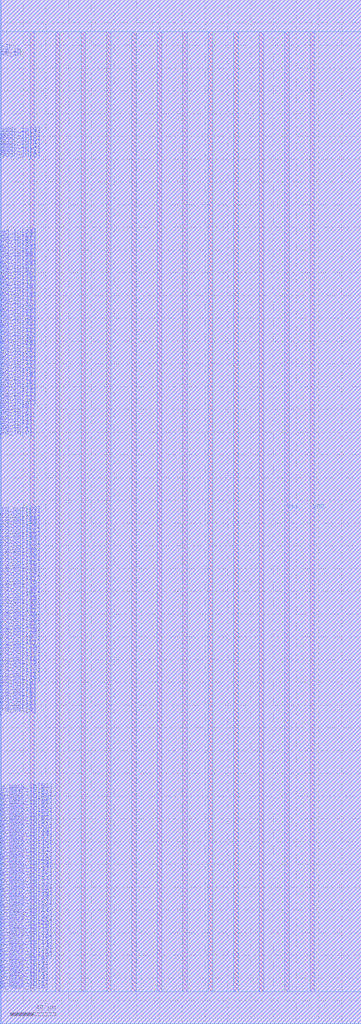
<source format=lef>
VERSION 5.7 ;
BUSBITCHARS "[]" ;
MACRO fakeram130_512x64
  FOREIGN fakeram130_512x64 0 0 ;
  SYMMETRY X Y R90 ;
  SIZE 317.300 BY 900.000 ;
  CLASS BLOCK ;
  PIN w_mask_in[0]
    DIRECTION INPUT ;
    USE SIGNAL ;
    SHAPE ABUTMENT ;
    PORT
      LAYER met3 ;
      RECT 0.000 27.550 0.900 28.450 ;
    END
  END w_mask_in[0]
  PIN w_mask_in[1]
    DIRECTION INPUT ;
    USE SIGNAL ;
    SHAPE ABUTMENT ;
    PORT
      LAYER met3 ;
      RECT 0.000 30.350 0.900 31.250 ;
    END
  END w_mask_in[1]
  PIN w_mask_in[2]
    DIRECTION INPUT ;
    USE SIGNAL ;
    SHAPE ABUTMENT ;
    PORT
      LAYER met3 ;
      RECT 0.000 33.150 0.900 34.050 ;
    END
  END w_mask_in[2]
  PIN w_mask_in[3]
    DIRECTION INPUT ;
    USE SIGNAL ;
    SHAPE ABUTMENT ;
    PORT
      LAYER met3 ;
      RECT 0.000 35.950 0.900 36.850 ;
    END
  END w_mask_in[3]
  PIN w_mask_in[4]
    DIRECTION INPUT ;
    USE SIGNAL ;
    SHAPE ABUTMENT ;
    PORT
      LAYER met3 ;
      RECT 0.000 38.750 0.900 39.650 ;
    END
  END w_mask_in[4]
  PIN w_mask_in[5]
    DIRECTION INPUT ;
    USE SIGNAL ;
    SHAPE ABUTMENT ;
    PORT
      LAYER met3 ;
      RECT 0.000 41.550 0.900 42.450 ;
    END
  END w_mask_in[5]
  PIN w_mask_in[6]
    DIRECTION INPUT ;
    USE SIGNAL ;
    SHAPE ABUTMENT ;
    PORT
      LAYER met3 ;
      RECT 0.000 44.350 0.900 45.250 ;
    END
  END w_mask_in[6]
  PIN w_mask_in[7]
    DIRECTION INPUT ;
    USE SIGNAL ;
    SHAPE ABUTMENT ;
    PORT
      LAYER met3 ;
      RECT 0.000 47.150 0.900 48.050 ;
    END
  END w_mask_in[7]
  PIN w_mask_in[8]
    DIRECTION INPUT ;
    USE SIGNAL ;
    SHAPE ABUTMENT ;
    PORT
      LAYER met3 ;
      RECT 0.000 49.950 0.900 50.850 ;
    END
  END w_mask_in[8]
  PIN w_mask_in[9]
    DIRECTION INPUT ;
    USE SIGNAL ;
    SHAPE ABUTMENT ;
    PORT
      LAYER met3 ;
      RECT 0.000 52.750 0.900 53.650 ;
    END
  END w_mask_in[9]
  PIN w_mask_in[10]
    DIRECTION INPUT ;
    USE SIGNAL ;
    SHAPE ABUTMENT ;
    PORT
      LAYER met3 ;
      RECT 0.000 55.550 0.900 56.450 ;
    END
  END w_mask_in[10]
  PIN w_mask_in[11]
    DIRECTION INPUT ;
    USE SIGNAL ;
    SHAPE ABUTMENT ;
    PORT
      LAYER met3 ;
      RECT 0.000 58.350 0.900 59.250 ;
    END
  END w_mask_in[11]
  PIN w_mask_in[12]
    DIRECTION INPUT ;
    USE SIGNAL ;
    SHAPE ABUTMENT ;
    PORT
      LAYER met3 ;
      RECT 0.000 61.150 0.900 62.050 ;
    END
  END w_mask_in[12]
  PIN w_mask_in[13]
    DIRECTION INPUT ;
    USE SIGNAL ;
    SHAPE ABUTMENT ;
    PORT
      LAYER met3 ;
      RECT 0.000 63.950 0.900 64.850 ;
    END
  END w_mask_in[13]
  PIN w_mask_in[14]
    DIRECTION INPUT ;
    USE SIGNAL ;
    SHAPE ABUTMENT ;
    PORT
      LAYER met3 ;
      RECT 0.000 66.750 0.900 67.650 ;
    END
  END w_mask_in[14]
  PIN w_mask_in[15]
    DIRECTION INPUT ;
    USE SIGNAL ;
    SHAPE ABUTMENT ;
    PORT
      LAYER met3 ;
      RECT 0.000 69.550 0.900 70.450 ;
    END
  END w_mask_in[15]
  PIN w_mask_in[16]
    DIRECTION INPUT ;
    USE SIGNAL ;
    SHAPE ABUTMENT ;
    PORT
      LAYER met3 ;
      RECT 0.000 72.350 0.900 73.250 ;
    END
  END w_mask_in[16]
  PIN w_mask_in[17]
    DIRECTION INPUT ;
    USE SIGNAL ;
    SHAPE ABUTMENT ;
    PORT
      LAYER met3 ;
      RECT 0.000 75.150 0.900 76.050 ;
    END
  END w_mask_in[17]
  PIN w_mask_in[18]
    DIRECTION INPUT ;
    USE SIGNAL ;
    SHAPE ABUTMENT ;
    PORT
      LAYER met3 ;
      RECT 0.000 77.950 0.900 78.850 ;
    END
  END w_mask_in[18]
  PIN w_mask_in[19]
    DIRECTION INPUT ;
    USE SIGNAL ;
    SHAPE ABUTMENT ;
    PORT
      LAYER met3 ;
      RECT 0.000 80.750 0.900 81.650 ;
    END
  END w_mask_in[19]
  PIN w_mask_in[20]
    DIRECTION INPUT ;
    USE SIGNAL ;
    SHAPE ABUTMENT ;
    PORT
      LAYER met3 ;
      RECT 0.000 83.550 0.900 84.450 ;
    END
  END w_mask_in[20]
  PIN w_mask_in[21]
    DIRECTION INPUT ;
    USE SIGNAL ;
    SHAPE ABUTMENT ;
    PORT
      LAYER met3 ;
      RECT 0.000 86.350 0.900 87.250 ;
    END
  END w_mask_in[21]
  PIN w_mask_in[22]
    DIRECTION INPUT ;
    USE SIGNAL ;
    SHAPE ABUTMENT ;
    PORT
      LAYER met3 ;
      RECT 0.000 89.150 0.900 90.050 ;
    END
  END w_mask_in[22]
  PIN w_mask_in[23]
    DIRECTION INPUT ;
    USE SIGNAL ;
    SHAPE ABUTMENT ;
    PORT
      LAYER met3 ;
      RECT 0.000 91.950 0.900 92.850 ;
    END
  END w_mask_in[23]
  PIN w_mask_in[24]
    DIRECTION INPUT ;
    USE SIGNAL ;
    SHAPE ABUTMENT ;
    PORT
      LAYER met3 ;
      RECT 0.000 94.750 0.900 95.650 ;
    END
  END w_mask_in[24]
  PIN w_mask_in[25]
    DIRECTION INPUT ;
    USE SIGNAL ;
    SHAPE ABUTMENT ;
    PORT
      LAYER met3 ;
      RECT 0.000 97.550 0.900 98.450 ;
    END
  END w_mask_in[25]
  PIN w_mask_in[26]
    DIRECTION INPUT ;
    USE SIGNAL ;
    SHAPE ABUTMENT ;
    PORT
      LAYER met3 ;
      RECT 0.000 100.350 0.900 101.250 ;
    END
  END w_mask_in[26]
  PIN w_mask_in[27]
    DIRECTION INPUT ;
    USE SIGNAL ;
    SHAPE ABUTMENT ;
    PORT
      LAYER met3 ;
      RECT 0.000 103.150 0.900 104.050 ;
    END
  END w_mask_in[27]
  PIN w_mask_in[28]
    DIRECTION INPUT ;
    USE SIGNAL ;
    SHAPE ABUTMENT ;
    PORT
      LAYER met3 ;
      RECT 0.000 105.950 0.900 106.850 ;
    END
  END w_mask_in[28]
  PIN w_mask_in[29]
    DIRECTION INPUT ;
    USE SIGNAL ;
    SHAPE ABUTMENT ;
    PORT
      LAYER met3 ;
      RECT 0.000 108.750 0.900 109.650 ;
    END
  END w_mask_in[29]
  PIN w_mask_in[30]
    DIRECTION INPUT ;
    USE SIGNAL ;
    SHAPE ABUTMENT ;
    PORT
      LAYER met3 ;
      RECT 0.000 111.550 0.900 112.450 ;
    END
  END w_mask_in[30]
  PIN w_mask_in[31]
    DIRECTION INPUT ;
    USE SIGNAL ;
    SHAPE ABUTMENT ;
    PORT
      LAYER met3 ;
      RECT 0.000 114.350 0.900 115.250 ;
    END
  END w_mask_in[31]
  PIN w_mask_in[32]
    DIRECTION INPUT ;
    USE SIGNAL ;
    SHAPE ABUTMENT ;
    PORT
      LAYER met3 ;
      RECT 0.000 117.150 0.900 118.050 ;
    END
  END w_mask_in[32]
  PIN w_mask_in[33]
    DIRECTION INPUT ;
    USE SIGNAL ;
    SHAPE ABUTMENT ;
    PORT
      LAYER met3 ;
      RECT 0.000 119.950 0.900 120.850 ;
    END
  END w_mask_in[33]
  PIN w_mask_in[34]
    DIRECTION INPUT ;
    USE SIGNAL ;
    SHAPE ABUTMENT ;
    PORT
      LAYER met3 ;
      RECT 0.000 122.750 0.900 123.650 ;
    END
  END w_mask_in[34]
  PIN w_mask_in[35]
    DIRECTION INPUT ;
    USE SIGNAL ;
    SHAPE ABUTMENT ;
    PORT
      LAYER met3 ;
      RECT 0.000 125.550 0.900 126.450 ;
    END
  END w_mask_in[35]
  PIN w_mask_in[36]
    DIRECTION INPUT ;
    USE SIGNAL ;
    SHAPE ABUTMENT ;
    PORT
      LAYER met3 ;
      RECT 0.000 128.350 0.900 129.250 ;
    END
  END w_mask_in[36]
  PIN w_mask_in[37]
    DIRECTION INPUT ;
    USE SIGNAL ;
    SHAPE ABUTMENT ;
    PORT
      LAYER met3 ;
      RECT 0.000 131.150 0.900 132.050 ;
    END
  END w_mask_in[37]
  PIN w_mask_in[38]
    DIRECTION INPUT ;
    USE SIGNAL ;
    SHAPE ABUTMENT ;
    PORT
      LAYER met3 ;
      RECT 0.000 133.950 0.900 134.850 ;
    END
  END w_mask_in[38]
  PIN w_mask_in[39]
    DIRECTION INPUT ;
    USE SIGNAL ;
    SHAPE ABUTMENT ;
    PORT
      LAYER met3 ;
      RECT 0.000 136.750 0.900 137.650 ;
    END
  END w_mask_in[39]
  PIN w_mask_in[40]
    DIRECTION INPUT ;
    USE SIGNAL ;
    SHAPE ABUTMENT ;
    PORT
      LAYER met3 ;
      RECT 0.000 139.550 0.900 140.450 ;
    END
  END w_mask_in[40]
  PIN w_mask_in[41]
    DIRECTION INPUT ;
    USE SIGNAL ;
    SHAPE ABUTMENT ;
    PORT
      LAYER met3 ;
      RECT 0.000 142.350 0.900 143.250 ;
    END
  END w_mask_in[41]
  PIN w_mask_in[42]
    DIRECTION INPUT ;
    USE SIGNAL ;
    SHAPE ABUTMENT ;
    PORT
      LAYER met3 ;
      RECT 0.000 145.150 0.900 146.050 ;
    END
  END w_mask_in[42]
  PIN w_mask_in[43]
    DIRECTION INPUT ;
    USE SIGNAL ;
    SHAPE ABUTMENT ;
    PORT
      LAYER met3 ;
      RECT 0.000 147.950 0.900 148.850 ;
    END
  END w_mask_in[43]
  PIN w_mask_in[44]
    DIRECTION INPUT ;
    USE SIGNAL ;
    SHAPE ABUTMENT ;
    PORT
      LAYER met3 ;
      RECT 0.000 150.750 0.900 151.650 ;
    END
  END w_mask_in[44]
  PIN w_mask_in[45]
    DIRECTION INPUT ;
    USE SIGNAL ;
    SHAPE ABUTMENT ;
    PORT
      LAYER met3 ;
      RECT 0.000 153.550 0.900 154.450 ;
    END
  END w_mask_in[45]
  PIN w_mask_in[46]
    DIRECTION INPUT ;
    USE SIGNAL ;
    SHAPE ABUTMENT ;
    PORT
      LAYER met3 ;
      RECT 0.000 156.350 0.900 157.250 ;
    END
  END w_mask_in[46]
  PIN w_mask_in[47]
    DIRECTION INPUT ;
    USE SIGNAL ;
    SHAPE ABUTMENT ;
    PORT
      LAYER met3 ;
      RECT 0.000 159.150 0.900 160.050 ;
    END
  END w_mask_in[47]
  PIN w_mask_in[48]
    DIRECTION INPUT ;
    USE SIGNAL ;
    SHAPE ABUTMENT ;
    PORT
      LAYER met3 ;
      RECT 0.000 161.950 0.900 162.850 ;
    END
  END w_mask_in[48]
  PIN w_mask_in[49]
    DIRECTION INPUT ;
    USE SIGNAL ;
    SHAPE ABUTMENT ;
    PORT
      LAYER met3 ;
      RECT 0.000 164.750 0.900 165.650 ;
    END
  END w_mask_in[49]
  PIN w_mask_in[50]
    DIRECTION INPUT ;
    USE SIGNAL ;
    SHAPE ABUTMENT ;
    PORT
      LAYER met3 ;
      RECT 0.000 167.550 0.900 168.450 ;
    END
  END w_mask_in[50]
  PIN w_mask_in[51]
    DIRECTION INPUT ;
    USE SIGNAL ;
    SHAPE ABUTMENT ;
    PORT
      LAYER met3 ;
      RECT 0.000 170.350 0.900 171.250 ;
    END
  END w_mask_in[51]
  PIN w_mask_in[52]
    DIRECTION INPUT ;
    USE SIGNAL ;
    SHAPE ABUTMENT ;
    PORT
      LAYER met3 ;
      RECT 0.000 173.150 0.900 174.050 ;
    END
  END w_mask_in[52]
  PIN w_mask_in[53]
    DIRECTION INPUT ;
    USE SIGNAL ;
    SHAPE ABUTMENT ;
    PORT
      LAYER met3 ;
      RECT 0.000 175.950 0.900 176.850 ;
    END
  END w_mask_in[53]
  PIN w_mask_in[54]
    DIRECTION INPUT ;
    USE SIGNAL ;
    SHAPE ABUTMENT ;
    PORT
      LAYER met3 ;
      RECT 0.000 178.750 0.900 179.650 ;
    END
  END w_mask_in[54]
  PIN w_mask_in[55]
    DIRECTION INPUT ;
    USE SIGNAL ;
    SHAPE ABUTMENT ;
    PORT
      LAYER met3 ;
      RECT 0.000 181.550 0.900 182.450 ;
    END
  END w_mask_in[55]
  PIN w_mask_in[56]
    DIRECTION INPUT ;
    USE SIGNAL ;
    SHAPE ABUTMENT ;
    PORT
      LAYER met3 ;
      RECT 0.000 184.350 0.900 185.250 ;
    END
  END w_mask_in[56]
  PIN w_mask_in[57]
    DIRECTION INPUT ;
    USE SIGNAL ;
    SHAPE ABUTMENT ;
    PORT
      LAYER met3 ;
      RECT 0.000 187.150 0.900 188.050 ;
    END
  END w_mask_in[57]
  PIN w_mask_in[58]
    DIRECTION INPUT ;
    USE SIGNAL ;
    SHAPE ABUTMENT ;
    PORT
      LAYER met3 ;
      RECT 0.000 189.950 0.900 190.850 ;
    END
  END w_mask_in[58]
  PIN w_mask_in[59]
    DIRECTION INPUT ;
    USE SIGNAL ;
    SHAPE ABUTMENT ;
    PORT
      LAYER met3 ;
      RECT 0.000 192.750 0.900 193.650 ;
    END
  END w_mask_in[59]
  PIN w_mask_in[60]
    DIRECTION INPUT ;
    USE SIGNAL ;
    SHAPE ABUTMENT ;
    PORT
      LAYER met3 ;
      RECT 0.000 195.550 0.900 196.450 ;
    END
  END w_mask_in[60]
  PIN w_mask_in[61]
    DIRECTION INPUT ;
    USE SIGNAL ;
    SHAPE ABUTMENT ;
    PORT
      LAYER met3 ;
      RECT 0.000 198.350 0.900 199.250 ;
    END
  END w_mask_in[61]
  PIN w_mask_in[62]
    DIRECTION INPUT ;
    USE SIGNAL ;
    SHAPE ABUTMENT ;
    PORT
      LAYER met3 ;
      RECT 0.000 201.150 0.900 202.050 ;
    END
  END w_mask_in[62]
  PIN w_mask_in[63]
    DIRECTION INPUT ;
    USE SIGNAL ;
    SHAPE ABUTMENT ;
    PORT
      LAYER met3 ;
      RECT 0.000 203.950 0.900 204.850 ;
    END
  END w_mask_in[63]
  PIN rd_out[0]
    DIRECTION OUTPUT ;
    USE SIGNAL ;
    SHAPE ABUTMENT ;
    PORT
      LAYER met3 ;
      RECT 0.000 271.150 0.900 272.050 ;
    END
  END rd_out[0]
  PIN rd_out[1]
    DIRECTION OUTPUT ;
    USE SIGNAL ;
    SHAPE ABUTMENT ;
    PORT
      LAYER met3 ;
      RECT 0.000 273.950 0.900 274.850 ;
    END
  END rd_out[1]
  PIN rd_out[2]
    DIRECTION OUTPUT ;
    USE SIGNAL ;
    SHAPE ABUTMENT ;
    PORT
      LAYER met3 ;
      RECT 0.000 276.750 0.900 277.650 ;
    END
  END rd_out[2]
  PIN rd_out[3]
    DIRECTION OUTPUT ;
    USE SIGNAL ;
    SHAPE ABUTMENT ;
    PORT
      LAYER met3 ;
      RECT 0.000 279.550 0.900 280.450 ;
    END
  END rd_out[3]
  PIN rd_out[4]
    DIRECTION OUTPUT ;
    USE SIGNAL ;
    SHAPE ABUTMENT ;
    PORT
      LAYER met3 ;
      RECT 0.000 282.350 0.900 283.250 ;
    END
  END rd_out[4]
  PIN rd_out[5]
    DIRECTION OUTPUT ;
    USE SIGNAL ;
    SHAPE ABUTMENT ;
    PORT
      LAYER met3 ;
      RECT 0.000 285.150 0.900 286.050 ;
    END
  END rd_out[5]
  PIN rd_out[6]
    DIRECTION OUTPUT ;
    USE SIGNAL ;
    SHAPE ABUTMENT ;
    PORT
      LAYER met3 ;
      RECT 0.000 287.950 0.900 288.850 ;
    END
  END rd_out[6]
  PIN rd_out[7]
    DIRECTION OUTPUT ;
    USE SIGNAL ;
    SHAPE ABUTMENT ;
    PORT
      LAYER met3 ;
      RECT 0.000 290.750 0.900 291.650 ;
    END
  END rd_out[7]
  PIN rd_out[8]
    DIRECTION OUTPUT ;
    USE SIGNAL ;
    SHAPE ABUTMENT ;
    PORT
      LAYER met3 ;
      RECT 0.000 293.550 0.900 294.450 ;
    END
  END rd_out[8]
  PIN rd_out[9]
    DIRECTION OUTPUT ;
    USE SIGNAL ;
    SHAPE ABUTMENT ;
    PORT
      LAYER met3 ;
      RECT 0.000 296.350 0.900 297.250 ;
    END
  END rd_out[9]
  PIN rd_out[10]
    DIRECTION OUTPUT ;
    USE SIGNAL ;
    SHAPE ABUTMENT ;
    PORT
      LAYER met3 ;
      RECT 0.000 299.150 0.900 300.050 ;
    END
  END rd_out[10]
  PIN rd_out[11]
    DIRECTION OUTPUT ;
    USE SIGNAL ;
    SHAPE ABUTMENT ;
    PORT
      LAYER met3 ;
      RECT 0.000 301.950 0.900 302.850 ;
    END
  END rd_out[11]
  PIN rd_out[12]
    DIRECTION OUTPUT ;
    USE SIGNAL ;
    SHAPE ABUTMENT ;
    PORT
      LAYER met3 ;
      RECT 0.000 304.750 0.900 305.650 ;
    END
  END rd_out[12]
  PIN rd_out[13]
    DIRECTION OUTPUT ;
    USE SIGNAL ;
    SHAPE ABUTMENT ;
    PORT
      LAYER met3 ;
      RECT 0.000 307.550 0.900 308.450 ;
    END
  END rd_out[13]
  PIN rd_out[14]
    DIRECTION OUTPUT ;
    USE SIGNAL ;
    SHAPE ABUTMENT ;
    PORT
      LAYER met3 ;
      RECT 0.000 310.350 0.900 311.250 ;
    END
  END rd_out[14]
  PIN rd_out[15]
    DIRECTION OUTPUT ;
    USE SIGNAL ;
    SHAPE ABUTMENT ;
    PORT
      LAYER met3 ;
      RECT 0.000 313.150 0.900 314.050 ;
    END
  END rd_out[15]
  PIN rd_out[16]
    DIRECTION OUTPUT ;
    USE SIGNAL ;
    SHAPE ABUTMENT ;
    PORT
      LAYER met3 ;
      RECT 0.000 315.950 0.900 316.850 ;
    END
  END rd_out[16]
  PIN rd_out[17]
    DIRECTION OUTPUT ;
    USE SIGNAL ;
    SHAPE ABUTMENT ;
    PORT
      LAYER met3 ;
      RECT 0.000 318.750 0.900 319.650 ;
    END
  END rd_out[17]
  PIN rd_out[18]
    DIRECTION OUTPUT ;
    USE SIGNAL ;
    SHAPE ABUTMENT ;
    PORT
      LAYER met3 ;
      RECT 0.000 321.550 0.900 322.450 ;
    END
  END rd_out[18]
  PIN rd_out[19]
    DIRECTION OUTPUT ;
    USE SIGNAL ;
    SHAPE ABUTMENT ;
    PORT
      LAYER met3 ;
      RECT 0.000 324.350 0.900 325.250 ;
    END
  END rd_out[19]
  PIN rd_out[20]
    DIRECTION OUTPUT ;
    USE SIGNAL ;
    SHAPE ABUTMENT ;
    PORT
      LAYER met3 ;
      RECT 0.000 327.150 0.900 328.050 ;
    END
  END rd_out[20]
  PIN rd_out[21]
    DIRECTION OUTPUT ;
    USE SIGNAL ;
    SHAPE ABUTMENT ;
    PORT
      LAYER met3 ;
      RECT 0.000 329.950 0.900 330.850 ;
    END
  END rd_out[21]
  PIN rd_out[22]
    DIRECTION OUTPUT ;
    USE SIGNAL ;
    SHAPE ABUTMENT ;
    PORT
      LAYER met3 ;
      RECT 0.000 332.750 0.900 333.650 ;
    END
  END rd_out[22]
  PIN rd_out[23]
    DIRECTION OUTPUT ;
    USE SIGNAL ;
    SHAPE ABUTMENT ;
    PORT
      LAYER met3 ;
      RECT 0.000 335.550 0.900 336.450 ;
    END
  END rd_out[23]
  PIN rd_out[24]
    DIRECTION OUTPUT ;
    USE SIGNAL ;
    SHAPE ABUTMENT ;
    PORT
      LAYER met3 ;
      RECT 0.000 338.350 0.900 339.250 ;
    END
  END rd_out[24]
  PIN rd_out[25]
    DIRECTION OUTPUT ;
    USE SIGNAL ;
    SHAPE ABUTMENT ;
    PORT
      LAYER met3 ;
      RECT 0.000 341.150 0.900 342.050 ;
    END
  END rd_out[25]
  PIN rd_out[26]
    DIRECTION OUTPUT ;
    USE SIGNAL ;
    SHAPE ABUTMENT ;
    PORT
      LAYER met3 ;
      RECT 0.000 343.950 0.900 344.850 ;
    END
  END rd_out[26]
  PIN rd_out[27]
    DIRECTION OUTPUT ;
    USE SIGNAL ;
    SHAPE ABUTMENT ;
    PORT
      LAYER met3 ;
      RECT 0.000 346.750 0.900 347.650 ;
    END
  END rd_out[27]
  PIN rd_out[28]
    DIRECTION OUTPUT ;
    USE SIGNAL ;
    SHAPE ABUTMENT ;
    PORT
      LAYER met3 ;
      RECT 0.000 349.550 0.900 350.450 ;
    END
  END rd_out[28]
  PIN rd_out[29]
    DIRECTION OUTPUT ;
    USE SIGNAL ;
    SHAPE ABUTMENT ;
    PORT
      LAYER met3 ;
      RECT 0.000 352.350 0.900 353.250 ;
    END
  END rd_out[29]
  PIN rd_out[30]
    DIRECTION OUTPUT ;
    USE SIGNAL ;
    SHAPE ABUTMENT ;
    PORT
      LAYER met3 ;
      RECT 0.000 355.150 0.900 356.050 ;
    END
  END rd_out[30]
  PIN rd_out[31]
    DIRECTION OUTPUT ;
    USE SIGNAL ;
    SHAPE ABUTMENT ;
    PORT
      LAYER met3 ;
      RECT 0.000 357.950 0.900 358.850 ;
    END
  END rd_out[31]
  PIN rd_out[32]
    DIRECTION OUTPUT ;
    USE SIGNAL ;
    SHAPE ABUTMENT ;
    PORT
      LAYER met3 ;
      RECT 0.000 360.750 0.900 361.650 ;
    END
  END rd_out[32]
  PIN rd_out[33]
    DIRECTION OUTPUT ;
    USE SIGNAL ;
    SHAPE ABUTMENT ;
    PORT
      LAYER met3 ;
      RECT 0.000 363.550 0.900 364.450 ;
    END
  END rd_out[33]
  PIN rd_out[34]
    DIRECTION OUTPUT ;
    USE SIGNAL ;
    SHAPE ABUTMENT ;
    PORT
      LAYER met3 ;
      RECT 0.000 366.350 0.900 367.250 ;
    END
  END rd_out[34]
  PIN rd_out[35]
    DIRECTION OUTPUT ;
    USE SIGNAL ;
    SHAPE ABUTMENT ;
    PORT
      LAYER met3 ;
      RECT 0.000 369.150 0.900 370.050 ;
    END
  END rd_out[35]
  PIN rd_out[36]
    DIRECTION OUTPUT ;
    USE SIGNAL ;
    SHAPE ABUTMENT ;
    PORT
      LAYER met3 ;
      RECT 0.000 371.950 0.900 372.850 ;
    END
  END rd_out[36]
  PIN rd_out[37]
    DIRECTION OUTPUT ;
    USE SIGNAL ;
    SHAPE ABUTMENT ;
    PORT
      LAYER met3 ;
      RECT 0.000 374.750 0.900 375.650 ;
    END
  END rd_out[37]
  PIN rd_out[38]
    DIRECTION OUTPUT ;
    USE SIGNAL ;
    SHAPE ABUTMENT ;
    PORT
      LAYER met3 ;
      RECT 0.000 377.550 0.900 378.450 ;
    END
  END rd_out[38]
  PIN rd_out[39]
    DIRECTION OUTPUT ;
    USE SIGNAL ;
    SHAPE ABUTMENT ;
    PORT
      LAYER met3 ;
      RECT 0.000 380.350 0.900 381.250 ;
    END
  END rd_out[39]
  PIN rd_out[40]
    DIRECTION OUTPUT ;
    USE SIGNAL ;
    SHAPE ABUTMENT ;
    PORT
      LAYER met3 ;
      RECT 0.000 383.150 0.900 384.050 ;
    END
  END rd_out[40]
  PIN rd_out[41]
    DIRECTION OUTPUT ;
    USE SIGNAL ;
    SHAPE ABUTMENT ;
    PORT
      LAYER met3 ;
      RECT 0.000 385.950 0.900 386.850 ;
    END
  END rd_out[41]
  PIN rd_out[42]
    DIRECTION OUTPUT ;
    USE SIGNAL ;
    SHAPE ABUTMENT ;
    PORT
      LAYER met3 ;
      RECT 0.000 388.750 0.900 389.650 ;
    END
  END rd_out[42]
  PIN rd_out[43]
    DIRECTION OUTPUT ;
    USE SIGNAL ;
    SHAPE ABUTMENT ;
    PORT
      LAYER met3 ;
      RECT 0.000 391.550 0.900 392.450 ;
    END
  END rd_out[43]
  PIN rd_out[44]
    DIRECTION OUTPUT ;
    USE SIGNAL ;
    SHAPE ABUTMENT ;
    PORT
      LAYER met3 ;
      RECT 0.000 394.350 0.900 395.250 ;
    END
  END rd_out[44]
  PIN rd_out[45]
    DIRECTION OUTPUT ;
    USE SIGNAL ;
    SHAPE ABUTMENT ;
    PORT
      LAYER met3 ;
      RECT 0.000 397.150 0.900 398.050 ;
    END
  END rd_out[45]
  PIN rd_out[46]
    DIRECTION OUTPUT ;
    USE SIGNAL ;
    SHAPE ABUTMENT ;
    PORT
      LAYER met3 ;
      RECT 0.000 399.950 0.900 400.850 ;
    END
  END rd_out[46]
  PIN rd_out[47]
    DIRECTION OUTPUT ;
    USE SIGNAL ;
    SHAPE ABUTMENT ;
    PORT
      LAYER met3 ;
      RECT 0.000 402.750 0.900 403.650 ;
    END
  END rd_out[47]
  PIN rd_out[48]
    DIRECTION OUTPUT ;
    USE SIGNAL ;
    SHAPE ABUTMENT ;
    PORT
      LAYER met3 ;
      RECT 0.000 405.550 0.900 406.450 ;
    END
  END rd_out[48]
  PIN rd_out[49]
    DIRECTION OUTPUT ;
    USE SIGNAL ;
    SHAPE ABUTMENT ;
    PORT
      LAYER met3 ;
      RECT 0.000 408.350 0.900 409.250 ;
    END
  END rd_out[49]
  PIN rd_out[50]
    DIRECTION OUTPUT ;
    USE SIGNAL ;
    SHAPE ABUTMENT ;
    PORT
      LAYER met3 ;
      RECT 0.000 411.150 0.900 412.050 ;
    END
  END rd_out[50]
  PIN rd_out[51]
    DIRECTION OUTPUT ;
    USE SIGNAL ;
    SHAPE ABUTMENT ;
    PORT
      LAYER met3 ;
      RECT 0.000 413.950 0.900 414.850 ;
    END
  END rd_out[51]
  PIN rd_out[52]
    DIRECTION OUTPUT ;
    USE SIGNAL ;
    SHAPE ABUTMENT ;
    PORT
      LAYER met3 ;
      RECT 0.000 416.750 0.900 417.650 ;
    END
  END rd_out[52]
  PIN rd_out[53]
    DIRECTION OUTPUT ;
    USE SIGNAL ;
    SHAPE ABUTMENT ;
    PORT
      LAYER met3 ;
      RECT 0.000 419.550 0.900 420.450 ;
    END
  END rd_out[53]
  PIN rd_out[54]
    DIRECTION OUTPUT ;
    USE SIGNAL ;
    SHAPE ABUTMENT ;
    PORT
      LAYER met3 ;
      RECT 0.000 422.350 0.900 423.250 ;
    END
  END rd_out[54]
  PIN rd_out[55]
    DIRECTION OUTPUT ;
    USE SIGNAL ;
    SHAPE ABUTMENT ;
    PORT
      LAYER met3 ;
      RECT 0.000 425.150 0.900 426.050 ;
    END
  END rd_out[55]
  PIN rd_out[56]
    DIRECTION OUTPUT ;
    USE SIGNAL ;
    SHAPE ABUTMENT ;
    PORT
      LAYER met3 ;
      RECT 0.000 427.950 0.900 428.850 ;
    END
  END rd_out[56]
  PIN rd_out[57]
    DIRECTION OUTPUT ;
    USE SIGNAL ;
    SHAPE ABUTMENT ;
    PORT
      LAYER met3 ;
      RECT 0.000 430.750 0.900 431.650 ;
    END
  END rd_out[57]
  PIN rd_out[58]
    DIRECTION OUTPUT ;
    USE SIGNAL ;
    SHAPE ABUTMENT ;
    PORT
      LAYER met3 ;
      RECT 0.000 433.550 0.900 434.450 ;
    END
  END rd_out[58]
  PIN rd_out[59]
    DIRECTION OUTPUT ;
    USE SIGNAL ;
    SHAPE ABUTMENT ;
    PORT
      LAYER met3 ;
      RECT 0.000 436.350 0.900 437.250 ;
    END
  END rd_out[59]
  PIN rd_out[60]
    DIRECTION OUTPUT ;
    USE SIGNAL ;
    SHAPE ABUTMENT ;
    PORT
      LAYER met3 ;
      RECT 0.000 439.150 0.900 440.050 ;
    END
  END rd_out[60]
  PIN rd_out[61]
    DIRECTION OUTPUT ;
    USE SIGNAL ;
    SHAPE ABUTMENT ;
    PORT
      LAYER met3 ;
      RECT 0.000 441.950 0.900 442.850 ;
    END
  END rd_out[61]
  PIN rd_out[62]
    DIRECTION OUTPUT ;
    USE SIGNAL ;
    SHAPE ABUTMENT ;
    PORT
      LAYER met3 ;
      RECT 0.000 444.750 0.900 445.650 ;
    END
  END rd_out[62]
  PIN rd_out[63]
    DIRECTION OUTPUT ;
    USE SIGNAL ;
    SHAPE ABUTMENT ;
    PORT
      LAYER met3 ;
      RECT 0.000 447.550 0.900 448.450 ;
    END
  END rd_out[63]
  PIN wd_in[0]
    DIRECTION INPUT ;
    USE SIGNAL ;
    SHAPE ABUTMENT ;
    PORT
      LAYER met3 ;
      RECT 0.000 514.750 0.900 515.650 ;
    END
  END wd_in[0]
  PIN wd_in[1]
    DIRECTION INPUT ;
    USE SIGNAL ;
    SHAPE ABUTMENT ;
    PORT
      LAYER met3 ;
      RECT 0.000 517.550 0.900 518.450 ;
    END
  END wd_in[1]
  PIN wd_in[2]
    DIRECTION INPUT ;
    USE SIGNAL ;
    SHAPE ABUTMENT ;
    PORT
      LAYER met3 ;
      RECT 0.000 520.350 0.900 521.250 ;
    END
  END wd_in[2]
  PIN wd_in[3]
    DIRECTION INPUT ;
    USE SIGNAL ;
    SHAPE ABUTMENT ;
    PORT
      LAYER met3 ;
      RECT 0.000 523.150 0.900 524.050 ;
    END
  END wd_in[3]
  PIN wd_in[4]
    DIRECTION INPUT ;
    USE SIGNAL ;
    SHAPE ABUTMENT ;
    PORT
      LAYER met3 ;
      RECT 0.000 525.950 0.900 526.850 ;
    END
  END wd_in[4]
  PIN wd_in[5]
    DIRECTION INPUT ;
    USE SIGNAL ;
    SHAPE ABUTMENT ;
    PORT
      LAYER met3 ;
      RECT 0.000 528.750 0.900 529.650 ;
    END
  END wd_in[5]
  PIN wd_in[6]
    DIRECTION INPUT ;
    USE SIGNAL ;
    SHAPE ABUTMENT ;
    PORT
      LAYER met3 ;
      RECT 0.000 531.550 0.900 532.450 ;
    END
  END wd_in[6]
  PIN wd_in[7]
    DIRECTION INPUT ;
    USE SIGNAL ;
    SHAPE ABUTMENT ;
    PORT
      LAYER met3 ;
      RECT 0.000 534.350 0.900 535.250 ;
    END
  END wd_in[7]
  PIN wd_in[8]
    DIRECTION INPUT ;
    USE SIGNAL ;
    SHAPE ABUTMENT ;
    PORT
      LAYER met3 ;
      RECT 0.000 537.150 0.900 538.050 ;
    END
  END wd_in[8]
  PIN wd_in[9]
    DIRECTION INPUT ;
    USE SIGNAL ;
    SHAPE ABUTMENT ;
    PORT
      LAYER met3 ;
      RECT 0.000 539.950 0.900 540.850 ;
    END
  END wd_in[9]
  PIN wd_in[10]
    DIRECTION INPUT ;
    USE SIGNAL ;
    SHAPE ABUTMENT ;
    PORT
      LAYER met3 ;
      RECT 0.000 542.750 0.900 543.650 ;
    END
  END wd_in[10]
  PIN wd_in[11]
    DIRECTION INPUT ;
    USE SIGNAL ;
    SHAPE ABUTMENT ;
    PORT
      LAYER met3 ;
      RECT 0.000 545.550 0.900 546.450 ;
    END
  END wd_in[11]
  PIN wd_in[12]
    DIRECTION INPUT ;
    USE SIGNAL ;
    SHAPE ABUTMENT ;
    PORT
      LAYER met3 ;
      RECT 0.000 548.350 0.900 549.250 ;
    END
  END wd_in[12]
  PIN wd_in[13]
    DIRECTION INPUT ;
    USE SIGNAL ;
    SHAPE ABUTMENT ;
    PORT
      LAYER met3 ;
      RECT 0.000 551.150 0.900 552.050 ;
    END
  END wd_in[13]
  PIN wd_in[14]
    DIRECTION INPUT ;
    USE SIGNAL ;
    SHAPE ABUTMENT ;
    PORT
      LAYER met3 ;
      RECT 0.000 553.950 0.900 554.850 ;
    END
  END wd_in[14]
  PIN wd_in[15]
    DIRECTION INPUT ;
    USE SIGNAL ;
    SHAPE ABUTMENT ;
    PORT
      LAYER met3 ;
      RECT 0.000 556.750 0.900 557.650 ;
    END
  END wd_in[15]
  PIN wd_in[16]
    DIRECTION INPUT ;
    USE SIGNAL ;
    SHAPE ABUTMENT ;
    PORT
      LAYER met3 ;
      RECT 0.000 559.550 0.900 560.450 ;
    END
  END wd_in[16]
  PIN wd_in[17]
    DIRECTION INPUT ;
    USE SIGNAL ;
    SHAPE ABUTMENT ;
    PORT
      LAYER met3 ;
      RECT 0.000 562.350 0.900 563.250 ;
    END
  END wd_in[17]
  PIN wd_in[18]
    DIRECTION INPUT ;
    USE SIGNAL ;
    SHAPE ABUTMENT ;
    PORT
      LAYER met3 ;
      RECT 0.000 565.150 0.900 566.050 ;
    END
  END wd_in[18]
  PIN wd_in[19]
    DIRECTION INPUT ;
    USE SIGNAL ;
    SHAPE ABUTMENT ;
    PORT
      LAYER met3 ;
      RECT 0.000 567.950 0.900 568.850 ;
    END
  END wd_in[19]
  PIN wd_in[20]
    DIRECTION INPUT ;
    USE SIGNAL ;
    SHAPE ABUTMENT ;
    PORT
      LAYER met3 ;
      RECT 0.000 570.750 0.900 571.650 ;
    END
  END wd_in[20]
  PIN wd_in[21]
    DIRECTION INPUT ;
    USE SIGNAL ;
    SHAPE ABUTMENT ;
    PORT
      LAYER met3 ;
      RECT 0.000 573.550 0.900 574.450 ;
    END
  END wd_in[21]
  PIN wd_in[22]
    DIRECTION INPUT ;
    USE SIGNAL ;
    SHAPE ABUTMENT ;
    PORT
      LAYER met3 ;
      RECT 0.000 576.350 0.900 577.250 ;
    END
  END wd_in[22]
  PIN wd_in[23]
    DIRECTION INPUT ;
    USE SIGNAL ;
    SHAPE ABUTMENT ;
    PORT
      LAYER met3 ;
      RECT 0.000 579.150 0.900 580.050 ;
    END
  END wd_in[23]
  PIN wd_in[24]
    DIRECTION INPUT ;
    USE SIGNAL ;
    SHAPE ABUTMENT ;
    PORT
      LAYER met3 ;
      RECT 0.000 581.950 0.900 582.850 ;
    END
  END wd_in[24]
  PIN wd_in[25]
    DIRECTION INPUT ;
    USE SIGNAL ;
    SHAPE ABUTMENT ;
    PORT
      LAYER met3 ;
      RECT 0.000 584.750 0.900 585.650 ;
    END
  END wd_in[25]
  PIN wd_in[26]
    DIRECTION INPUT ;
    USE SIGNAL ;
    SHAPE ABUTMENT ;
    PORT
      LAYER met3 ;
      RECT 0.000 587.550 0.900 588.450 ;
    END
  END wd_in[26]
  PIN wd_in[27]
    DIRECTION INPUT ;
    USE SIGNAL ;
    SHAPE ABUTMENT ;
    PORT
      LAYER met3 ;
      RECT 0.000 590.350 0.900 591.250 ;
    END
  END wd_in[27]
  PIN wd_in[28]
    DIRECTION INPUT ;
    USE SIGNAL ;
    SHAPE ABUTMENT ;
    PORT
      LAYER met3 ;
      RECT 0.000 593.150 0.900 594.050 ;
    END
  END wd_in[28]
  PIN wd_in[29]
    DIRECTION INPUT ;
    USE SIGNAL ;
    SHAPE ABUTMENT ;
    PORT
      LAYER met3 ;
      RECT 0.000 595.950 0.900 596.850 ;
    END
  END wd_in[29]
  PIN wd_in[30]
    DIRECTION INPUT ;
    USE SIGNAL ;
    SHAPE ABUTMENT ;
    PORT
      LAYER met3 ;
      RECT 0.000 598.750 0.900 599.650 ;
    END
  END wd_in[30]
  PIN wd_in[31]
    DIRECTION INPUT ;
    USE SIGNAL ;
    SHAPE ABUTMENT ;
    PORT
      LAYER met3 ;
      RECT 0.000 601.550 0.900 602.450 ;
    END
  END wd_in[31]
  PIN wd_in[32]
    DIRECTION INPUT ;
    USE SIGNAL ;
    SHAPE ABUTMENT ;
    PORT
      LAYER met3 ;
      RECT 0.000 604.350 0.900 605.250 ;
    END
  END wd_in[32]
  PIN wd_in[33]
    DIRECTION INPUT ;
    USE SIGNAL ;
    SHAPE ABUTMENT ;
    PORT
      LAYER met3 ;
      RECT 0.000 607.150 0.900 608.050 ;
    END
  END wd_in[33]
  PIN wd_in[34]
    DIRECTION INPUT ;
    USE SIGNAL ;
    SHAPE ABUTMENT ;
    PORT
      LAYER met3 ;
      RECT 0.000 609.950 0.900 610.850 ;
    END
  END wd_in[34]
  PIN wd_in[35]
    DIRECTION INPUT ;
    USE SIGNAL ;
    SHAPE ABUTMENT ;
    PORT
      LAYER met3 ;
      RECT 0.000 612.750 0.900 613.650 ;
    END
  END wd_in[35]
  PIN wd_in[36]
    DIRECTION INPUT ;
    USE SIGNAL ;
    SHAPE ABUTMENT ;
    PORT
      LAYER met3 ;
      RECT 0.000 615.550 0.900 616.450 ;
    END
  END wd_in[36]
  PIN wd_in[37]
    DIRECTION INPUT ;
    USE SIGNAL ;
    SHAPE ABUTMENT ;
    PORT
      LAYER met3 ;
      RECT 0.000 618.350 0.900 619.250 ;
    END
  END wd_in[37]
  PIN wd_in[38]
    DIRECTION INPUT ;
    USE SIGNAL ;
    SHAPE ABUTMENT ;
    PORT
      LAYER met3 ;
      RECT 0.000 621.150 0.900 622.050 ;
    END
  END wd_in[38]
  PIN wd_in[39]
    DIRECTION INPUT ;
    USE SIGNAL ;
    SHAPE ABUTMENT ;
    PORT
      LAYER met3 ;
      RECT 0.000 623.950 0.900 624.850 ;
    END
  END wd_in[39]
  PIN wd_in[40]
    DIRECTION INPUT ;
    USE SIGNAL ;
    SHAPE ABUTMENT ;
    PORT
      LAYER met3 ;
      RECT 0.000 626.750 0.900 627.650 ;
    END
  END wd_in[40]
  PIN wd_in[41]
    DIRECTION INPUT ;
    USE SIGNAL ;
    SHAPE ABUTMENT ;
    PORT
      LAYER met3 ;
      RECT 0.000 629.550 0.900 630.450 ;
    END
  END wd_in[41]
  PIN wd_in[42]
    DIRECTION INPUT ;
    USE SIGNAL ;
    SHAPE ABUTMENT ;
    PORT
      LAYER met3 ;
      RECT 0.000 632.350 0.900 633.250 ;
    END
  END wd_in[42]
  PIN wd_in[43]
    DIRECTION INPUT ;
    USE SIGNAL ;
    SHAPE ABUTMENT ;
    PORT
      LAYER met3 ;
      RECT 0.000 635.150 0.900 636.050 ;
    END
  END wd_in[43]
  PIN wd_in[44]
    DIRECTION INPUT ;
    USE SIGNAL ;
    SHAPE ABUTMENT ;
    PORT
      LAYER met3 ;
      RECT 0.000 637.950 0.900 638.850 ;
    END
  END wd_in[44]
  PIN wd_in[45]
    DIRECTION INPUT ;
    USE SIGNAL ;
    SHAPE ABUTMENT ;
    PORT
      LAYER met3 ;
      RECT 0.000 640.750 0.900 641.650 ;
    END
  END wd_in[45]
  PIN wd_in[46]
    DIRECTION INPUT ;
    USE SIGNAL ;
    SHAPE ABUTMENT ;
    PORT
      LAYER met3 ;
      RECT 0.000 643.550 0.900 644.450 ;
    END
  END wd_in[46]
  PIN wd_in[47]
    DIRECTION INPUT ;
    USE SIGNAL ;
    SHAPE ABUTMENT ;
    PORT
      LAYER met3 ;
      RECT 0.000 646.350 0.900 647.250 ;
    END
  END wd_in[47]
  PIN wd_in[48]
    DIRECTION INPUT ;
    USE SIGNAL ;
    SHAPE ABUTMENT ;
    PORT
      LAYER met3 ;
      RECT 0.000 649.150 0.900 650.050 ;
    END
  END wd_in[48]
  PIN wd_in[49]
    DIRECTION INPUT ;
    USE SIGNAL ;
    SHAPE ABUTMENT ;
    PORT
      LAYER met3 ;
      RECT 0.000 651.950 0.900 652.850 ;
    END
  END wd_in[49]
  PIN wd_in[50]
    DIRECTION INPUT ;
    USE SIGNAL ;
    SHAPE ABUTMENT ;
    PORT
      LAYER met3 ;
      RECT 0.000 654.750 0.900 655.650 ;
    END
  END wd_in[50]
  PIN wd_in[51]
    DIRECTION INPUT ;
    USE SIGNAL ;
    SHAPE ABUTMENT ;
    PORT
      LAYER met3 ;
      RECT 0.000 657.550 0.900 658.450 ;
    END
  END wd_in[51]
  PIN wd_in[52]
    DIRECTION INPUT ;
    USE SIGNAL ;
    SHAPE ABUTMENT ;
    PORT
      LAYER met3 ;
      RECT 0.000 660.350 0.900 661.250 ;
    END
  END wd_in[52]
  PIN wd_in[53]
    DIRECTION INPUT ;
    USE SIGNAL ;
    SHAPE ABUTMENT ;
    PORT
      LAYER met3 ;
      RECT 0.000 663.150 0.900 664.050 ;
    END
  END wd_in[53]
  PIN wd_in[54]
    DIRECTION INPUT ;
    USE SIGNAL ;
    SHAPE ABUTMENT ;
    PORT
      LAYER met3 ;
      RECT 0.000 665.950 0.900 666.850 ;
    END
  END wd_in[54]
  PIN wd_in[55]
    DIRECTION INPUT ;
    USE SIGNAL ;
    SHAPE ABUTMENT ;
    PORT
      LAYER met3 ;
      RECT 0.000 668.750 0.900 669.650 ;
    END
  END wd_in[55]
  PIN wd_in[56]
    DIRECTION INPUT ;
    USE SIGNAL ;
    SHAPE ABUTMENT ;
    PORT
      LAYER met3 ;
      RECT 0.000 671.550 0.900 672.450 ;
    END
  END wd_in[56]
  PIN wd_in[57]
    DIRECTION INPUT ;
    USE SIGNAL ;
    SHAPE ABUTMENT ;
    PORT
      LAYER met3 ;
      RECT 0.000 674.350 0.900 675.250 ;
    END
  END wd_in[57]
  PIN wd_in[58]
    DIRECTION INPUT ;
    USE SIGNAL ;
    SHAPE ABUTMENT ;
    PORT
      LAYER met3 ;
      RECT 0.000 677.150 0.900 678.050 ;
    END
  END wd_in[58]
  PIN wd_in[59]
    DIRECTION INPUT ;
    USE SIGNAL ;
    SHAPE ABUTMENT ;
    PORT
      LAYER met3 ;
      RECT 0.000 679.950 0.900 680.850 ;
    END
  END wd_in[59]
  PIN wd_in[60]
    DIRECTION INPUT ;
    USE SIGNAL ;
    SHAPE ABUTMENT ;
    PORT
      LAYER met3 ;
      RECT 0.000 682.750 0.900 683.650 ;
    END
  END wd_in[60]
  PIN wd_in[61]
    DIRECTION INPUT ;
    USE SIGNAL ;
    SHAPE ABUTMENT ;
    PORT
      LAYER met3 ;
      RECT 0.000 685.550 0.900 686.450 ;
    END
  END wd_in[61]
  PIN wd_in[62]
    DIRECTION INPUT ;
    USE SIGNAL ;
    SHAPE ABUTMENT ;
    PORT
      LAYER met3 ;
      RECT 0.000 688.350 0.900 689.250 ;
    END
  END wd_in[62]
  PIN wd_in[63]
    DIRECTION INPUT ;
    USE SIGNAL ;
    SHAPE ABUTMENT ;
    PORT
      LAYER met3 ;
      RECT 0.000 691.150 0.900 692.050 ;
    END
  END wd_in[63]
  PIN addr_in[0]
    DIRECTION INPUT ;
    USE SIGNAL ;
    SHAPE ABUTMENT ;
    PORT
      LAYER met3 ;
      RECT 0.000 758.350 0.900 759.250 ;
    END
  END addr_in[0]
  PIN addr_in[1]
    DIRECTION INPUT ;
    USE SIGNAL ;
    SHAPE ABUTMENT ;
    PORT
      LAYER met3 ;
      RECT 0.000 761.150 0.900 762.050 ;
    END
  END addr_in[1]
  PIN addr_in[2]
    DIRECTION INPUT ;
    USE SIGNAL ;
    SHAPE ABUTMENT ;
    PORT
      LAYER met3 ;
      RECT 0.000 763.950 0.900 764.850 ;
    END
  END addr_in[2]
  PIN addr_in[3]
    DIRECTION INPUT ;
    USE SIGNAL ;
    SHAPE ABUTMENT ;
    PORT
      LAYER met3 ;
      RECT 0.000 766.750 0.900 767.650 ;
    END
  END addr_in[3]
  PIN addr_in[4]
    DIRECTION INPUT ;
    USE SIGNAL ;
    SHAPE ABUTMENT ;
    PORT
      LAYER met3 ;
      RECT 0.000 769.550 0.900 770.450 ;
    END
  END addr_in[4]
  PIN addr_in[5]
    DIRECTION INPUT ;
    USE SIGNAL ;
    SHAPE ABUTMENT ;
    PORT
      LAYER met3 ;
      RECT 0.000 772.350 0.900 773.250 ;
    END
  END addr_in[5]
  PIN addr_in[6]
    DIRECTION INPUT ;
    USE SIGNAL ;
    SHAPE ABUTMENT ;
    PORT
      LAYER met3 ;
      RECT 0.000 775.150 0.900 776.050 ;
    END
  END addr_in[6]
  PIN addr_in[7]
    DIRECTION INPUT ;
    USE SIGNAL ;
    SHAPE ABUTMENT ;
    PORT
      LAYER met3 ;
      RECT 0.000 777.950 0.900 778.850 ;
    END
  END addr_in[7]
  PIN addr_in[8]
    DIRECTION INPUT ;
    USE SIGNAL ;
    SHAPE ABUTMENT ;
    PORT
      LAYER met3 ;
      RECT 0.000 780.750 0.900 781.650 ;
    END
  END addr_in[8]
  PIN we_in
    DIRECTION INPUT ;
    USE SIGNAL ;
    SHAPE ABUTMENT ;
    PORT
      LAYER met3 ;
      RECT 0.000 847.950 0.900 848.850 ;
    END
  END we_in
  PIN ce_in
    DIRECTION INPUT ;
    USE SIGNAL ;
    SHAPE ABUTMENT ;
    PORT
      LAYER met3 ;
      RECT 0.000 850.750 0.900 851.650 ;
    END
  END ce_in
  PIN clk
    DIRECTION INPUT ;
    USE SIGNAL ;
    SHAPE ABUTMENT ;
    PORT
      LAYER met3 ;
      RECT 0.000 853.550 0.900 854.450 ;
    END
  END clk
  PIN VSS
    DIRECTION INOUT ;
    USE GROUND ;
    PORT
      LAYER met4 ;
      RECT 26.200 28.000 29.800 872.000 ;
      RECT 71.000 28.000 74.600 872.000 ;
      RECT 115.800 28.000 119.400 872.000 ;
      RECT 160.600 28.000 164.200 872.000 ;
      RECT 205.400 28.000 209.000 872.000 ;
      RECT 250.200 28.000 253.800 872.000 ;
    END
  END VSS
  PIN VDD
    DIRECTION INOUT ;
    USE POWER ;
    PORT
      LAYER met4 ;
      RECT 48.600 28.000 52.200 872.000 ;
      RECT 93.400 28.000 97.000 872.000 ;
      RECT 138.200 28.000 141.800 872.000 ;
      RECT 183.000 28.000 186.600 872.000 ;
      RECT 227.800 28.000 231.400 872.000 ;
      RECT 272.600 28.000 276.200 872.000 ;
    END
  END VDD
  OBS
    LAYER met1 ;
    RECT 0 0 317.300 900.000 ;
    LAYER met2 ;
    RECT 0 0 317.300 900.000 ;
    LAYER met3 ;
    RECT 0.900 0 317.300 900.000 ;
    RECT 0 0.000 0.900 27.550 ;
    RECT 0 28.450 0.900 30.350 ;
    RECT 0 31.250 0.900 33.150 ;
    RECT 0 34.050 0.900 35.950 ;
    RECT 0 36.850 0.900 38.750 ;
    RECT 0 39.650 0.900 41.550 ;
    RECT 0 42.450 0.900 44.350 ;
    RECT 0 45.250 0.900 47.150 ;
    RECT 0 48.050 0.900 49.950 ;
    RECT 0 50.850 0.900 52.750 ;
    RECT 0 53.650 0.900 55.550 ;
    RECT 0 56.450 0.900 58.350 ;
    RECT 0 59.250 0.900 61.150 ;
    RECT 0 62.050 0.900 63.950 ;
    RECT 0 64.850 0.900 66.750 ;
    RECT 0 67.650 0.900 69.550 ;
    RECT 0 70.450 0.900 72.350 ;
    RECT 0 73.250 0.900 75.150 ;
    RECT 0 76.050 0.900 77.950 ;
    RECT 0 78.850 0.900 80.750 ;
    RECT 0 81.650 0.900 83.550 ;
    RECT 0 84.450 0.900 86.350 ;
    RECT 0 87.250 0.900 89.150 ;
    RECT 0 90.050 0.900 91.950 ;
    RECT 0 92.850 0.900 94.750 ;
    RECT 0 95.650 0.900 97.550 ;
    RECT 0 98.450 0.900 100.350 ;
    RECT 0 101.250 0.900 103.150 ;
    RECT 0 104.050 0.900 105.950 ;
    RECT 0 106.850 0.900 108.750 ;
    RECT 0 109.650 0.900 111.550 ;
    RECT 0 112.450 0.900 114.350 ;
    RECT 0 115.250 0.900 117.150 ;
    RECT 0 118.050 0.900 119.950 ;
    RECT 0 120.850 0.900 122.750 ;
    RECT 0 123.650 0.900 125.550 ;
    RECT 0 126.450 0.900 128.350 ;
    RECT 0 129.250 0.900 131.150 ;
    RECT 0 132.050 0.900 133.950 ;
    RECT 0 134.850 0.900 136.750 ;
    RECT 0 137.650 0.900 139.550 ;
    RECT 0 140.450 0.900 142.350 ;
    RECT 0 143.250 0.900 145.150 ;
    RECT 0 146.050 0.900 147.950 ;
    RECT 0 148.850 0.900 150.750 ;
    RECT 0 151.650 0.900 153.550 ;
    RECT 0 154.450 0.900 156.350 ;
    RECT 0 157.250 0.900 159.150 ;
    RECT 0 160.050 0.900 161.950 ;
    RECT 0 162.850 0.900 164.750 ;
    RECT 0 165.650 0.900 167.550 ;
    RECT 0 168.450 0.900 170.350 ;
    RECT 0 171.250 0.900 173.150 ;
    RECT 0 174.050 0.900 175.950 ;
    RECT 0 176.850 0.900 178.750 ;
    RECT 0 179.650 0.900 181.550 ;
    RECT 0 182.450 0.900 184.350 ;
    RECT 0 185.250 0.900 187.150 ;
    RECT 0 188.050 0.900 189.950 ;
    RECT 0 190.850 0.900 192.750 ;
    RECT 0 193.650 0.900 195.550 ;
    RECT 0 196.450 0.900 198.350 ;
    RECT 0 199.250 0.900 201.150 ;
    RECT 0 202.050 0.900 203.950 ;
    RECT 0 204.850 0.900 271.150 ;
    RECT 0 272.050 0.900 273.950 ;
    RECT 0 274.850 0.900 276.750 ;
    RECT 0 277.650 0.900 279.550 ;
    RECT 0 280.450 0.900 282.350 ;
    RECT 0 283.250 0.900 285.150 ;
    RECT 0 286.050 0.900 287.950 ;
    RECT 0 288.850 0.900 290.750 ;
    RECT 0 291.650 0.900 293.550 ;
    RECT 0 294.450 0.900 296.350 ;
    RECT 0 297.250 0.900 299.150 ;
    RECT 0 300.050 0.900 301.950 ;
    RECT 0 302.850 0.900 304.750 ;
    RECT 0 305.650 0.900 307.550 ;
    RECT 0 308.450 0.900 310.350 ;
    RECT 0 311.250 0.900 313.150 ;
    RECT 0 314.050 0.900 315.950 ;
    RECT 0 316.850 0.900 318.750 ;
    RECT 0 319.650 0.900 321.550 ;
    RECT 0 322.450 0.900 324.350 ;
    RECT 0 325.250 0.900 327.150 ;
    RECT 0 328.050 0.900 329.950 ;
    RECT 0 330.850 0.900 332.750 ;
    RECT 0 333.650 0.900 335.550 ;
    RECT 0 336.450 0.900 338.350 ;
    RECT 0 339.250 0.900 341.150 ;
    RECT 0 342.050 0.900 343.950 ;
    RECT 0 344.850 0.900 346.750 ;
    RECT 0 347.650 0.900 349.550 ;
    RECT 0 350.450 0.900 352.350 ;
    RECT 0 353.250 0.900 355.150 ;
    RECT 0 356.050 0.900 357.950 ;
    RECT 0 358.850 0.900 360.750 ;
    RECT 0 361.650 0.900 363.550 ;
    RECT 0 364.450 0.900 366.350 ;
    RECT 0 367.250 0.900 369.150 ;
    RECT 0 370.050 0.900 371.950 ;
    RECT 0 372.850 0.900 374.750 ;
    RECT 0 375.650 0.900 377.550 ;
    RECT 0 378.450 0.900 380.350 ;
    RECT 0 381.250 0.900 383.150 ;
    RECT 0 384.050 0.900 385.950 ;
    RECT 0 386.850 0.900 388.750 ;
    RECT 0 389.650 0.900 391.550 ;
    RECT 0 392.450 0.900 394.350 ;
    RECT 0 395.250 0.900 397.150 ;
    RECT 0 398.050 0.900 399.950 ;
    RECT 0 400.850 0.900 402.750 ;
    RECT 0 403.650 0.900 405.550 ;
    RECT 0 406.450 0.900 408.350 ;
    RECT 0 409.250 0.900 411.150 ;
    RECT 0 412.050 0.900 413.950 ;
    RECT 0 414.850 0.900 416.750 ;
    RECT 0 417.650 0.900 419.550 ;
    RECT 0 420.450 0.900 422.350 ;
    RECT 0 423.250 0.900 425.150 ;
    RECT 0 426.050 0.900 427.950 ;
    RECT 0 428.850 0.900 430.750 ;
    RECT 0 431.650 0.900 433.550 ;
    RECT 0 434.450 0.900 436.350 ;
    RECT 0 437.250 0.900 439.150 ;
    RECT 0 440.050 0.900 441.950 ;
    RECT 0 442.850 0.900 444.750 ;
    RECT 0 445.650 0.900 447.550 ;
    RECT 0 448.450 0.900 514.750 ;
    RECT 0 515.650 0.900 517.550 ;
    RECT 0 518.450 0.900 520.350 ;
    RECT 0 521.250 0.900 523.150 ;
    RECT 0 524.050 0.900 525.950 ;
    RECT 0 526.850 0.900 528.750 ;
    RECT 0 529.650 0.900 531.550 ;
    RECT 0 532.450 0.900 534.350 ;
    RECT 0 535.250 0.900 537.150 ;
    RECT 0 538.050 0.900 539.950 ;
    RECT 0 540.850 0.900 542.750 ;
    RECT 0 543.650 0.900 545.550 ;
    RECT 0 546.450 0.900 548.350 ;
    RECT 0 549.250 0.900 551.150 ;
    RECT 0 552.050 0.900 553.950 ;
    RECT 0 554.850 0.900 556.750 ;
    RECT 0 557.650 0.900 559.550 ;
    RECT 0 560.450 0.900 562.350 ;
    RECT 0 563.250 0.900 565.150 ;
    RECT 0 566.050 0.900 567.950 ;
    RECT 0 568.850 0.900 570.750 ;
    RECT 0 571.650 0.900 573.550 ;
    RECT 0 574.450 0.900 576.350 ;
    RECT 0 577.250 0.900 579.150 ;
    RECT 0 580.050 0.900 581.950 ;
    RECT 0 582.850 0.900 584.750 ;
    RECT 0 585.650 0.900 587.550 ;
    RECT 0 588.450 0.900 590.350 ;
    RECT 0 591.250 0.900 593.150 ;
    RECT 0 594.050 0.900 595.950 ;
    RECT 0 596.850 0.900 598.750 ;
    RECT 0 599.650 0.900 601.550 ;
    RECT 0 602.450 0.900 604.350 ;
    RECT 0 605.250 0.900 607.150 ;
    RECT 0 608.050 0.900 609.950 ;
    RECT 0 610.850 0.900 612.750 ;
    RECT 0 613.650 0.900 615.550 ;
    RECT 0 616.450 0.900 618.350 ;
    RECT 0 619.250 0.900 621.150 ;
    RECT 0 622.050 0.900 623.950 ;
    RECT 0 624.850 0.900 626.750 ;
    RECT 0 627.650 0.900 629.550 ;
    RECT 0 630.450 0.900 632.350 ;
    RECT 0 633.250 0.900 635.150 ;
    RECT 0 636.050 0.900 637.950 ;
    RECT 0 638.850 0.900 640.750 ;
    RECT 0 641.650 0.900 643.550 ;
    RECT 0 644.450 0.900 646.350 ;
    RECT 0 647.250 0.900 649.150 ;
    RECT 0 650.050 0.900 651.950 ;
    RECT 0 652.850 0.900 654.750 ;
    RECT 0 655.650 0.900 657.550 ;
    RECT 0 658.450 0.900 660.350 ;
    RECT 0 661.250 0.900 663.150 ;
    RECT 0 664.050 0.900 665.950 ;
    RECT 0 666.850 0.900 668.750 ;
    RECT 0 669.650 0.900 671.550 ;
    RECT 0 672.450 0.900 674.350 ;
    RECT 0 675.250 0.900 677.150 ;
    RECT 0 678.050 0.900 679.950 ;
    RECT 0 680.850 0.900 682.750 ;
    RECT 0 683.650 0.900 685.550 ;
    RECT 0 686.450 0.900 688.350 ;
    RECT 0 689.250 0.900 691.150 ;
    RECT 0 692.050 0.900 758.350 ;
    RECT 0 759.250 0.900 761.150 ;
    RECT 0 762.050 0.900 763.950 ;
    RECT 0 764.850 0.900 766.750 ;
    RECT 0 767.650 0.900 769.550 ;
    RECT 0 770.450 0.900 772.350 ;
    RECT 0 773.250 0.900 775.150 ;
    RECT 0 776.050 0.900 777.950 ;
    RECT 0 778.850 0.900 780.750 ;
    RECT 0 781.650 0.900 847.950 ;
    RECT 0 848.850 0.900 850.750 ;
    RECT 0 851.650 0.900 853.550 ;
    RECT 0 854.450 0.900 900.000 ;
    LAYER met4 ;
    RECT 0 0 317.300 28.000 ;
    RECT 0 872.000 317.300 900.000 ;
    RECT 0.000 28.000 26.200 872.000 ;
    RECT 29.800 28.000 48.600 872.000 ;
    RECT 52.200 28.000 71.000 872.000 ;
    RECT 74.600 28.000 93.400 872.000 ;
    RECT 97.000 28.000 115.800 872.000 ;
    RECT 119.400 28.000 138.200 872.000 ;
    RECT 141.800 28.000 160.600 872.000 ;
    RECT 164.200 28.000 183.000 872.000 ;
    RECT 186.600 28.000 205.400 872.000 ;
    RECT 209.000 28.000 227.800 872.000 ;
    RECT 231.400 28.000 250.200 872.000 ;
    RECT 253.800 28.000 272.600 872.000 ;
    RECT 276.200 28.000 317.300 872.000 ;
    
  END
END fakeram130_512x64

END LIBRARY

</source>
